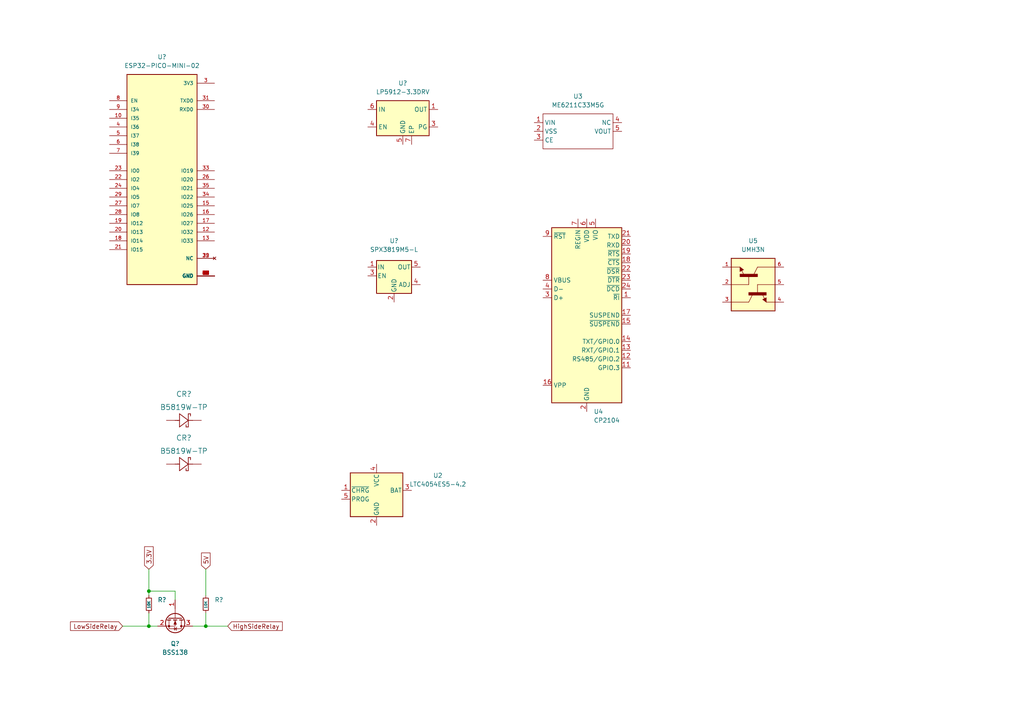
<source format=kicad_sch>
(kicad_sch (version 20211123) (generator eeschema)
  (paper "A4")
  (lib_symbols
    (symbol "Battery_Management:LTC4054ES5-4.2" (pin_names (offset 0.254))
      (property "Reference" "U" (at -5.842 6.604 0))
      (property "Value" "LTC4054ES5-4.2" (at 1.524 6.604 0))
      (symbol "LTC4054ES5-4.2_0_1"
        (rectangle (start -7.62 5.08) (end 7.62 -7.62) (stroke (width 0.254)) (fill (type background)))
      )
      (symbol "LTC4054ES5-4.2_1_1"
        (pin open_collector line (at -10.16 0 0) (length 2.54) (name "~{CHRG}") (number "1"))
        (pin power_in line (at 0 -10.16 90) (length 2.54) (name "GND") (number "2"))
        (pin power_out line (at 10.16 0 180) (length 2.54) (name "BAT") (number "3"))
        (pin power_in line (at 0 7.62 270) (length 2.54) (name "VCC") (number "4"))
        (pin bidirectional line (at -10.16 -2.54 0) (length 2.54) (name "PROG") (number "5"))
      )
    )
    (symbol "Custom:B5819W-TP" (pin_numbers hide) (pin_names hide)
      (property "Reference" "CR" (at 5.08 4.445 0))
      (property "Value" "B5819W-TP" (at 5.08 -7.62 0))
      (symbol "B5819W-TP_1_1"
        (polyline (pts (xy 2.54 0) (xy 3.4798 0)) (stroke (width 0.2032)))
        (polyline (pts (xy 3.175 0) (xy 3.81 0)) (stroke (width 0.2032)))
        (polyline (pts (xy 3.81 -1.905) (xy 6.35 0)) (stroke (width 0.2032)))
        (polyline (pts (xy 3.81 1.905) (xy 3.81 -1.905)) (stroke (width 0.2032)))
        (polyline (pts (xy 5.715 -1.905) (xy 5.715 -1.27)) (stroke (width 0.2032)))
        (polyline (pts (xy 6.35 -1.905) (xy 5.715 -1.905)) (stroke (width 0.2032)))
        (polyline (pts (xy 6.35 -1.905) (xy 6.35 1.905)) (stroke (width 0.2032)))
        (polyline (pts (xy 6.35 0) (xy 3.81 1.905)) (stroke (width 0.2032)))
        (polyline (pts (xy 6.35 0) (xy 7.62 0)) (stroke (width 0.2032)))
        (polyline (pts (xy 6.35 1.905) (xy 6.985 1.905)) (stroke (width 0.2032)))
        (polyline (pts (xy 6.985 1.905) (xy 6.985 1.27)) (stroke (width 0.2032)))
        (pin unspecified line (at 0 0 0) (length 2.54) (name "A") (number "A"))
        (pin unspecified line (at 10.16 0 180) (length 2.54) (name "C") (number "C"))
      )
    )
    (symbol "Custom:ESP32-PICO-MINI-02" (pin_names (offset 1.016))
      (property "Reference" "U" (at -10.16 33.02 0))
      (property "Value" "ESP32-PICO-MINI-02" (at -10.16 -33.02 0))
      (symbol "ESP32-PICO-MINI-02_0_0"
        (rectangle (start -10.16 -30.48) (end 10.16 30.48) (stroke (width 0.254)) (fill (type background)))
        (pin power_in line (at 15.24 -27.94 180) (length 5.08) (name "GND") (number "1"))
        (pin input line (at -15.24 17.78 0) (length 5.08) (name "I35") (number "10"))
        (pin power_in line (at 15.24 -27.94 180) (length 5.08) (name "GND") (number "11"))
        (pin bidirectional line (at 15.24 -15.24 180) (length 5.08) (name "IO32") (number "12"))
        (pin bidirectional line (at 15.24 -17.78 180) (length 5.08) (name "IO33") (number "13"))
        (pin power_in line (at 15.24 -27.94 180) (length 5.08) (name "GND") (number "14"))
        (pin bidirectional line (at 15.24 -7.62 180) (length 5.08) (name "IO25") (number "15"))
        (pin bidirectional line (at 15.24 -10.16 180) (length 5.08) (name "IO26") (number "16"))
        (pin bidirectional line (at 15.24 -12.7 180) (length 5.08) (name "IO27") (number "17"))
        (pin bidirectional line (at -15.24 -17.78 0) (length 5.08) (name "IO14") (number "18"))
        (pin bidirectional line (at -15.24 -12.7 0) (length 5.08) (name "IO12") (number "19"))
        (pin power_in line (at 15.24 -27.94 180) (length 5.08) (name "GND") (number "2"))
        (pin bidirectional line (at -15.24 -15.24 0) (length 5.08) (name "IO13") (number "20"))
        (pin bidirectional line (at -15.24 -20.32 0) (length 5.08) (name "IO15") (number "21"))
        (pin bidirectional line (at -15.24 0 0) (length 5.08) (name "IO2") (number "22"))
        (pin bidirectional line (at -15.24 2.54 0) (length 5.08) (name "IO0") (number "23"))
        (pin bidirectional line (at -15.24 -2.54 0) (length 5.08) (name "IO4") (number "24"))
        (pin no_connect line (at 15.24 -22.86 180) (length 5.08) (name "NC") (number "25"))
        (pin bidirectional line (at 15.24 0 180) (length 5.08) (name "IO20") (number "26"))
        (pin bidirectional line (at -15.24 -7.62 0) (length 5.08) (name "IO7") (number "27"))
        (pin bidirectional line (at -15.24 -10.16 0) (length 5.08) (name "IO8") (number "28"))
        (pin bidirectional line (at -15.24 -5.08 0) (length 5.08) (name "IO5") (number "29"))
        (pin power_in line (at 15.24 27.94 180) (length 5.08) (name "3V3") (number "3"))
        (pin bidirectional line (at 15.24 20.32 180) (length 5.08) (name "RXD0") (number "30"))
        (pin bidirectional line (at 15.24 22.86 180) (length 5.08) (name "TXD0") (number "31"))
        (pin no_connect line (at 15.24 -22.86 180) (length 5.08) (name "NC") (number "32"))
        (pin bidirectional line (at 15.24 2.54 180) (length 5.08) (name "IO19") (number "33"))
        (pin bidirectional line (at 15.24 -5.08 180) (length 5.08) (name "IO22") (number "34"))
        (pin bidirectional line (at 15.24 -2.54 180) (length 5.08) (name "IO21") (number "35"))
        (pin power_in line (at 15.24 -27.94 180) (length 5.08) (name "GND") (number "36"))
        (pin power_in line (at 15.24 -27.94 180) (length 5.08) (name "GND") (number "37"))
        (pin power_in line (at 15.24 -27.94 180) (length 5.08) (name "GND") (number "38"))
        (pin power_in line (at 15.24 -27.94 180) (length 5.08) (name "GND") (number "39"))
        (pin input line (at -15.24 15.24 0) (length 5.08) (name "I36") (number "4"))
        (pin power_in line (at 15.24 -27.94 180) (length 5.08) (name "GND") (number "40"))
        (pin power_in line (at 15.24 -27.94 180) (length 5.08) (name "GND") (number "41"))
        (pin power_in line (at 15.24 -27.94 180) (length 5.08) (name "GND") (number "42"))
        (pin power_in line (at 15.24 -27.94 180) (length 5.08) (name "GND") (number "43"))
        (pin power_in line (at 15.24 -27.94 180) (length 5.08) (name "GND") (number "44"))
        (pin power_in line (at 15.24 -27.94 180) (length 5.08) (name "GND") (number "45"))
        (pin power_in line (at 15.24 -27.94 180) (length 5.08) (name "GND") (number "46"))
        (pin power_in line (at 15.24 -27.94 180) (length 5.08) (name "GND") (number "47"))
        (pin power_in line (at 15.24 -27.94 180) (length 5.08) (name "GND") (number "48"))
        (pin power_in line (at 15.24 -27.94 180) (length 5.08) (name "GND") (number "49"))
        (pin input line (at -15.24 12.7 0) (length 5.08) (name "I37") (number "5"))
        (pin power_in line (at 15.24 -27.94 180) (length 5.08) (name "GND") (number "50"))
        (pin power_in line (at 15.24 -27.94 180) (length 5.08) (name "GND") (number "51"))
        (pin power_in line (at 15.24 -27.94 180) (length 5.08) (name "GND") (number "52"))
        (pin power_in line (at 15.24 -27.94 180) (length 5.08) (name "GND") (number "53"))
        (pin power_in line (at 15.24 -27.94 180) (length 5.08) (name "GND") (number "54"))
        (pin power_in line (at 15.24 -27.94 180) (length 5.08) (name "GND") (number "55"))
        (pin power_in line (at 15.24 -27.94 180) (length 5.08) (name "GND") (number "56"))
        (pin power_in line (at 15.24 -27.94 180) (length 5.08) (name "GND") (number "57"))
        (pin power_in line (at 15.24 -27.94 180) (length 5.08) (name "GND") (number "58"))
        (pin power_in line (at 15.24 -27.94 180) (length 5.08) (name "GND") (number "59"))
        (pin input line (at -15.24 10.16 0) (length 5.08) (name "I38") (number "6"))
        (pin power_in line (at 15.24 -27.94 180) (length 5.08) (name "GND") (number "60"))
        (pin power_in line (at 15.24 -27.94 180) (length 5.08) (name "GND") (number "61"))
        (pin input line (at -15.24 7.62 0) (length 5.08) (name "I39") (number "7"))
        (pin input line (at -15.24 22.86 0) (length 5.08) (name "EN") (number "8"))
        (pin input line (at -15.24 20.32 0) (length 5.08) (name "I34") (number "9"))
      )
    )
    (symbol "Custom:ME6211C33M5G"
      (property "Reference" "U" (at -0.1016 6.4262 0))
      (property "Value" "ME6211C33M5G" (at -0.4064 -7.6454 0))
      (symbol "ME6211C33M5G_0_1"
        (rectangle (start -10.16 5.08) (end 10.16 -5.08))
      )
      (symbol "ME6211C33M5G_1_1"
        (pin bidirectional line (at -12.7 2.54 0) (length 2.54) (name "VIN") (number "1"))
        (pin bidirectional line (at -12.7 0 0) (length 2.54) (name "VSS") (number "2"))
        (pin bidirectional line (at -12.7 -2.54 0) (length 2.54) (name "CE") (number "3"))
        (pin bidirectional line (at 12.7 2.54 180) (length 2.54) (name "NC") (number "4"))
        (pin bidirectional line (at 12.7 0 180) (length 2.54) (name "VOUT") (number "5"))
      )
    )
    (symbol "Custom:UMH3N" (pin_names (offset 1.016) hide)
      (property "Reference" "U" (at 2.54 0 0))
      (property "Value" "UMH3N" (at 2.54 -2.54 0))
      (symbol "UMH3N_0_0"
        (rectangle (start -12.7 -7.62) (end 2.54 5.08) (stroke (width 0.254)) (fill (type background)))
        (rectangle (start -2.794 -2.54) (end -2.032 2.54) (fill (type outline)))
        (polyline (pts (xy -10.16 -5.08) (xy -10.16 -7.62)) (stroke (width 0.1524)))
        (polyline (pts (xy -10.16 -5.08) (xy -8.89 -5.08)) (stroke (width 0.1524)))
        (polyline (pts (xy -10.16 0) (xy -10.16 5.08)) (stroke (width 0.1524)))
        (polyline (pts (xy -10.16 0) (xy -8.128 -1.016)) (stroke (width 0.1524)))
        (polyline (pts (xy -9.906 -4.953) (xy -9.398 -4.318)) (stroke (width 0.254)))
        (polyline (pts (xy -9.525 -4.826) (xy -9.398 -4.572)) (stroke (width 0.254)))
        (polyline (pts (xy -9.398 -4.318) (xy -9.144 -4.826)) (stroke (width 0.254)))
        (polyline (pts (xy -9.398 -4.064) (xy -10.16 -5.08)) (stroke (width 0.1524)))
        (polyline (pts (xy -9.1694 -4.572) (xy -7.9248 -3.9624)) (stroke (width 0.1524)))
        (polyline (pts (xy -9.144 -4.953) (xy -9.906 -4.953)) (stroke (width 0.254)))
        (polyline (pts (xy -9.144 -4.826) (xy -9.525 -4.826)) (stroke (width 0.254)))
        (polyline (pts (xy -8.89 -5.08) (xy -9.398 -4.064)) (stroke (width 0.1524)))
        (polyline (pts (xy -7.62 -2.54) (xy -5.08 -2.54)) (stroke (width 0.1524)))
        (polyline (pts (xy -5.08 -2.54) (xy -5.08 -7.62)) (stroke (width 0.1524)))
        (polyline (pts (xy -5.08 0) (xy -5.08 5.08)) (stroke (width 0.1524)))
        (polyline (pts (xy -2.54 0) (xy -5.08 0)) (stroke (width 0.1524)))
        (polyline (pts (xy -1.27 2.54) (xy -0.762 1.524)) (stroke (width 0.1524)))
        (polyline (pts (xy -1.016 2.286) (xy -0.635 2.286)) (stroke (width 0.254)))
        (polyline (pts (xy -1.016 2.413) (xy -0.254 2.413)) (stroke (width 0.254)))
        (polyline (pts (xy -0.9906 2.032) (xy -2.2352 1.4224)) (stroke (width 0.1524)))
        (polyline (pts (xy -0.762 1.524) (xy 0 2.54)) (stroke (width 0.1524)))
        (polyline (pts (xy -0.762 1.778) (xy -1.016 2.286)) (stroke (width 0.254)))
        (polyline (pts (xy -0.635 2.286) (xy -0.762 2.032)) (stroke (width 0.254)))
        (polyline (pts (xy -0.254 2.413) (xy -0.762 1.778)) (stroke (width 0.254)))
        (polyline (pts (xy 0 -2.54) (xy -2.032 -1.524)) (stroke (width 0.1524)))
        (polyline (pts (xy 0 -2.54) (xy 0 -7.62)) (stroke (width 0.1524)))
        (polyline (pts (xy 0 2.54) (xy -1.27 2.54)) (stroke (width 0.1524)))
        (polyline (pts (xy 0 5.08) (xy 0 2.54)) (stroke (width 0.1524)))
        (polyline (pts (xy -8.128 0) (xy -7.366 0) (xy -7.366 -5.08) (xy -8.128 -5.08) (xy -8.128 0)) (fill (type outline)))
        (pin output line (at -10.16 -10.16 90) (length 2.54) (name "~") (number "1"))
        (pin input line (at -5.08 -10.16 90) (length 2.54) (name "~") (number "2"))
        (pin input line (at 0 -10.16 90) (length 2.54) (name "~") (number "3"))
        (pin output line (at 0 7.62 270) (length 2.54) (name "~") (number "4"))
        (pin input line (at -5.08 7.62 270) (length 2.54) (name "~") (number "5"))
        (pin input line (at -10.16 7.62 270) (length 2.54) (name "~") (number "6"))
      )
    )
    (symbol "Device:R_Small" (pin_numbers hide) (pin_names (offset 0.254) hide)
      (property "Reference" "R" (at 0.762 0.508 0))
      (property "Value" "R_Small" (at 0.762 -1.016 0))
      (symbol "R_Small_0_1"
        (rectangle (start -0.762 1.778) (end 0.762 -1.778) (stroke (width 0.2032)))
      )
      (symbol "R_Small_1_1"
        (pin passive line (at 0 2.54 270) (length 0.762) (name "~") (number "1"))
        (pin passive line (at 0 -2.54 90) (length 0.762) (name "~") (number "2"))
      )
    )
    (symbol "Interface_USB:CP2104"
      (property "Reference" "U" (at -5.08 28.575 0))
      (property "Value" "CP2104" (at -5.08 26.67 0))
      (symbol "CP2104_1_1"
        (rectangle (start -10.16 25.4) (end 10.16 -25.4) (stroke (width 0.254)) (fill (type background)))
        (pin input line (at 12.7 5.08 180) (length 2.54) (name "~{RI}") (number "1"))
        (pin no_connect line (at 10.16 -20.32 180) (length 2.54) hide (name "NC") (number "10"))
        (pin bidirectional line (at 12.7 -15.24 180) (length 2.54) (name "GPIO.3") (number "11"))
        (pin bidirectional line (at 12.7 -12.7 180) (length 2.54) (name "RS485/GPIO.2") (number "12"))
        (pin bidirectional line (at 12.7 -10.16 180) (length 2.54) (name "RXT/GPIO.1") (number "13"))
        (pin bidirectional line (at 12.7 -7.62 180) (length 2.54) (name "TXT/GPIO.0") (number "14"))
        (pin output line (at 12.7 -2.54 180) (length 2.54) (name "~{SUSPEND}") (number "15"))
        (pin passive line (at -12.7 -20.32 0) (length 2.54) (name "VPP") (number "16"))
        (pin output line (at 12.7 0 180) (length 2.54) (name "SUSPEND") (number "17"))
        (pin input line (at 12.7 15.24 180) (length 2.54) (name "~{CTS}") (number "18"))
        (pin output line (at 12.7 17.78 180) (length 2.54) (name "~{RTS}") (number "19"))
        (pin power_in line (at 0 -27.94 90) (length 2.54) (name "GND") (number "2"))
        (pin input line (at 12.7 20.32 180) (length 2.54) (name "RXD") (number "20"))
        (pin output line (at 12.7 22.86 180) (length 2.54) (name "TXD") (number "21"))
        (pin input line (at 12.7 12.7 180) (length 2.54) (name "~{DSR}") (number "22"))
        (pin output line (at 12.7 10.16 180) (length 2.54) (name "~{DTR}") (number "23"))
        (pin input line (at 12.7 7.62 180) (length 2.54) (name "~{DCD}") (number "24"))
        (pin passive line (at 0 -27.94 90) (length 2.54) hide (name "GND") (number "25"))
        (pin bidirectional line (at -12.7 5.08 0) (length 2.54) (name "D+") (number "3"))
        (pin bidirectional line (at -12.7 7.62 0) (length 2.54) (name "D-") (number "4"))
        (pin power_in line (at 2.54 27.94 270) (length 2.54) (name "VIO") (number "5"))
        (pin power_in line (at 0 27.94 270) (length 2.54) (name "VDD") (number "6"))
        (pin power_in line (at -2.54 27.94 270) (length 2.54) (name "REGIN") (number "7"))
        (pin input line (at -12.7 10.16 0) (length 2.54) (name "VBUS") (number "8"))
        (pin bidirectional line (at -12.7 22.86 0) (length 2.54) (name "~{RST}") (number "9"))
      )
    )
    (symbol "Regulator_Linear:LP5912-3.3DRV"
      (property "Reference" "U" (at -3.81 6.35 0))
      (property "Value" "LP5912-3.3DRV" (at 6.35 6.35 0))
      (symbol "LP5912-3.3DRV_0_1"
        (rectangle (start -7.62 -5.08) (end 7.62 5.08) (stroke (width 0.254)) (fill (type background)))
        (pin power_out line (at 10.16 2.54 180) (length 2.54) (name "OUT") (number "1"))
        (pin no_connect line (at 7.62 0 180) (length 2.54) hide (name "NC") (number "2"))
        (pin input line (at -10.16 -2.54 0) (length 2.54) (name "EN") (number "4"))
        (pin power_in line (at 0 -7.62 90) (length 2.54) (name "GND") (number "5"))
        (pin power_in line (at -10.16 2.54 0) (length 2.54) (name "IN") (number "6"))
      )
      (symbol "LP5912-3.3DRV_1_1"
        (pin open_collector line (at 10.16 -2.54 180) (length 2.54) (name "PG") (number "3"))
        (pin passive line (at 2.54 -7.62 90) (length 2.54) (name "EP") (number "7"))
      )
    )
    (symbol "Regulator_Linear:SPX3819M5-L" (pin_names (offset 0.254))
      (property "Reference" "U" (at -3.81 5.715 0))
      (property "Value" "SPX3819M5-L" (at 0 5.715 0))
      (symbol "SPX3819M5-L_0_1"
        (rectangle (start -5.08 4.445) (end 5.08 -5.08) (stroke (width 0.254)) (fill (type background)))
      )
      (symbol "SPX3819M5-L_1_1"
        (pin power_in line (at -7.62 2.54 0) (length 2.54) (name "IN") (number "1"))
        (pin power_in line (at 0 -7.62 90) (length 2.54) (name "GND") (number "2"))
        (pin input line (at -7.62 0 0) (length 2.54) (name "EN") (number "3"))
        (pin input line (at 7.62 -2.54 180) (length 2.54) (name "ADJ") (number "4"))
        (pin power_out line (at 7.62 2.54 180) (length 2.54) (name "OUT") (number "5"))
      )
    )
    (symbol "Transistor_FET:BSS138" (pin_names hide)
      (property "Reference" "Q" (at 5.08 1.905 0))
      (property "Value" "BSS138" (at 5.08 0 0))
      (symbol "BSS138_0_1"
        (polyline (pts (xy 0.254 0) (xy -2.54 0)))
        (polyline (pts (xy 0.254 1.905) (xy 0.254 -1.905)) (stroke (width 0.254)))
        (polyline (pts (xy 0.762 -1.27) (xy 0.762 -2.286)) (stroke (width 0.254)))
        (polyline (pts (xy 0.762 0.508) (xy 0.762 -0.508)) (stroke (width 0.254)))
        (polyline (pts (xy 0.762 2.286) (xy 0.762 1.27)) (stroke (width 0.254)))
        (polyline (pts (xy 2.54 2.54) (xy 2.54 1.778)))
        (polyline (pts (xy 2.54 -2.54) (xy 2.54 0) (xy 0.762 0)))
        (polyline (pts (xy 0.762 -1.778) (xy 3.302 -1.778) (xy 3.302 1.778) (xy 0.762 1.778)))
        (polyline (pts (xy 1.016 0) (xy 2.032 0.381) (xy 2.032 -0.381) (xy 1.016 0)) (fill (type outline)))
        (polyline (pts (xy 2.794 0.508) (xy 2.921 0.381) (xy 3.683 0.381) (xy 3.81 0.254)))
        (polyline (pts (xy 3.302 0.381) (xy 2.921 -0.254) (xy 3.683 -0.254) (xy 3.302 0.381)))
        (circle (center 1.651 0) (radius 2.794) (stroke (width 0.254)))
        (circle (center 2.54 -1.778) (radius 0.254) (fill (type outline)))
        (circle (center 2.54 1.778) (radius 0.254) (fill (type outline)))
      )
      (symbol "BSS138_1_1"
        (pin input line (at -5.08 0 0) (length 2.54) (name "G") (number "1"))
        (pin passive line (at 2.54 -5.08 90) (length 2.54) (name "S") (number "2"))
        (pin passive line (at 2.54 5.08 270) (length 2.54) (name "D") (number "3"))
      )
    )
  )
  (junction (at 43.18 181.61))
  (junction (at 59.69 181.61))
  (junction (at 43.18 171.45))
  (wire (pts (xy 43.18 171.45) (xy 50.8 171.45)))
  (wire (pts (xy 59.69 177.8) (xy 59.69 181.61)))
  (wire (pts (xy 59.69 165.1) (xy 59.69 172.72)))
  (wire (pts (xy 43.18 181.61) (xy 45.72 181.61)))
  (wire (pts (xy 50.8 173.99) (xy 50.8 171.45)))
  (wire (pts (xy 35.56 181.61) (xy 43.18 181.61)))
  (wire (pts (xy 43.18 165.1) (xy 43.18 171.45)))
  (wire (pts (xy 59.69 181.61) (xy 66.04 181.61)))
  (wire (pts (xy 43.18 177.8) (xy 43.18 181.61)))
  (wire (pts (xy 43.18 171.45) (xy 43.18 172.72)))
  (wire (pts (xy 55.88 181.61) (xy 59.69 181.61)))
  (global_label "LowSideRelay" (shape input) (at 35.56 181.61 180) (property "Intersheet References" "${INTERSHEET_REFS}" (effects hide)))
  (global_label "HighSideRelay" (shape input) (at 66.04 181.61 0) (property "Intersheet References" "${INTERSHEET_REFS}" (effects hide)))
  (global_label "5V" (shape input) (at 59.69 165.1 90) (property "Intersheet References" "${INTERSHEET_REFS}" (effects hide)))
  (global_label "3.3V" (shape input) (at 43.18 165.1 90) (property "Intersheet References" "${INTERSHEET_REFS}" (effects hide)))
  (symbol (lib_id "Battery_Management:LTC4054ES5-4.2") (at 109.22 142.24 0) (unit 1)
    (property "Reference" "U2" (at 127 137.9093 0))
    (property "Value" "LTC4054ES5-4.2" (at 127 140.4493 0))
    (property "Footprint" "Package_TO_SOT_SMD:TSOT-23-5" (effects hide))
    (property "Datasheet" "https://www.analog.com/media/en/technical-documentation/data-sheets/405442xf.pdf" (effects hide))
  )
  (symbol (lib_id "Custom:UMH3N") (at 219.71 87.63 270) (unit 1)
    (property "Reference" "U5" (at 218.44 69.85 90))
    (property "Value" "UMH3N" (at 218.44 72.39 90))
    (property "Footprint" "Custom:SOT65P230X110-6N" (effects hide))
    (property "Datasheet" "https://www.mouser.com/datasheet/2/348/umh3ntn-e-1872947.pdf" (effects hide))
    (property "Manufacturers Name" "ROHM Semiconductor" (effects hide))
    (property "Manufacturers Part Number" "UMH3NTN " (effects hide))
    (property "Mouser Part Number" "755-UMH3NTN " (effects hide))
  )
  (symbol (lib_id "Transistor_FET:BSS138") (at 50.8 179.07 270) (unit 1)
    (property "Reference" "Q?" (at 50.8 186.69 90))
    (property "Value" "BSS138" (at 50.8 189.23 90))
    (property "Footprint" "Package_TO_SOT_SMD:SOT-23" (effects hide))
    (property "Datasheet" "https://media.digikey.com/pdf/Data%20Sheets/Anbon%20Semi%20PDFs/BSS138.pdf" (effects hide))
    (property "Manufacturers Name" "ANBON SEMICONDUCTOR" (effects hide))
    (property "Manufacturers Part Number" "BSS138" (effects hide))
    (property "Digikey Part Number" "4530-BSS138" (effects hide))
  )
  (symbol (lib_id "Custom:ESP32-PICO-MINI-02") (at 46.99 52.07 0) (unit 1)
    (property "Reference" "U?" (at 46.99 16.51 0))
    (property "Value" "ESP32-PICO-MINI-02" (at 46.99 19.05 0))
    (property "Footprint" "Custom:MODULE_ESP32-PICO-MINI-02" (effects hide))
    (property "Datasheet" "https://www.espressif.com/sites/default/files/documentation/esp32-pico-mini-02_datasheet_en.pdf" (effects hide))
    (property "STANDARD" "Manufacturer Recommendations" (effects hide))
    (property "MAXIMUM_PACKAGE_HEIGHT" "2.55mm" (effects hide))
    (property "MANUFACTURER" "Espressif" (effects hide))
    (property "PARTREV" "v1.0" (effects hide))
    (property "Manufacturers Name" "Espressif Systems" (effects hide))
    (property "Manufacturers Part Number" "ESP32-PICO-MINI-02-N8R2" (effects hide))
    (property "Digikey Part Number" "1965-ESP32-PICO-MINI-02-N8R2CT-ND" (effects hide))
  )
  (symbol (lib_id "Custom:B5819W-TP") (at 48.26 134.62 0) (unit 1)
    (property "Reference" "CR?" (at 53.34 127 0) (effects (font (size 1.524 1.524))))
    (property "Value" "B5819W-TP" (at 53.34 130.81 0) (effects (font (size 1.524 1.524))))
    (property "Footprint" "SDO_SOD-123_MCC" (effects hide))
    (property "Datasheet" "https://www.mccsemi.com/pdf/Products/B5817W-B5819W(SOD-123).pdf" (effects hide))
    (property "Manufacturers Name" "Micro Commercial Co" (effects hide))
    (property "Manufacturers Part Number" "B5819W-TP" (effects hide))
    (property "Digikey Part Number" "B5819W-TPMSCT-ND" (effects hide))
  )
  (symbol (lib_id "Custom:B5819W-TP") (at 48.26 121.92 0) (unit 1)
    (property "Reference" "CR?" (at 53.34 114.3 0) (effects (font (size 1.524 1.524))))
    (property "Value" "B5819W-TP" (at 53.34 118.11 0) (effects (font (size 1.524 1.524))))
    (property "Footprint" "SDO_SOD-123_MCC" (effects hide))
    (property "Datasheet" "https://www.mccsemi.com/pdf/Products/B5817W-B5819W(SOD-123).pdf" (effects hide))
    (property "Manufacturers Name" "Micro Commercial Co" (effects hide))
    (property "Manufacturers Part Number" "B5819W-TP" (effects hide))
    (property "Digikey Part Number" "B5819W-TPMSCT-ND" (effects hide))
  )
  (symbol (lib_id "Interface_USB:CP2104") (at 170.18 91.44 0) (unit 1)
    (property "Reference" "U4" (at 172.1994 119.38 0) (effects (justify left)))
    (property "Value" "CP2104" (at 172.1994 121.92 0) (effects (justify left)))
    (property "Footprint" "Package_DFN_QFN:QFN-24-1EP_4x4mm_P0.5mm_EP2.6x2.6mm" (effects hide))
    (property "Datasheet" "https://www.silabs.com/documents/public/data-sheets/cp2104.pdf" (effects hide))
    (property "Manufacturers Name" "Silicon Labs" (effects hide))
    (property "Manufacturers Part Number" "CP2104-F03-GMR" (effects hide))
    (property "Digikey Part Number" "336-4146-1-ND" (effects hide))
  )
  (symbol (lib_id "Device:R_Small") (at 59.69 175.26 0) (unit 1)
    (property "Reference" "R?" (at 62.23 173.9899 0) (effects (justify left)))
    (property "Value" "10K" (at 59.69 176.5299 90) (effects (font (size 0.75 0.75)) (justify left)))
  )
  (symbol (lib_id "Custom:ME6211C33M5G") (at 167.64 38.1 0) (unit 1)
    (property "Reference" "U3" (at 167.64 27.94 0))
    (property "Value" "ME6211C33M5G" (at 167.64 30.48 0))
  )
  (symbol (lib_id "Regulator_Linear:SPX3819M5-L") (at 114.3 80.01 0) (unit 1)
    (property "Reference" "U?" (at 114.3 69.85 0))
    (property "Value" "SPX3819M5-L" (at 114.3 72.39 0))
    (property "Footprint" "Package_TO_SOT_SMD:SOT-23-5" (effects hide))
    (property "Datasheet" "https://assets.maxlinear.com/web/documents/spx3819.pdf" (effects hide))
    (property "Manufacturers Name" "MaxLinear, Inc." (effects hide))
    (property "Manufacturers Part Number" "SPX3819M5-L-3-3/TR" (effects hide))
    (property "Digikey Part Number" "1016-1873-1-ND" (effects hide))
  )
  (symbol (lib_id "Device:R_Small") (at 43.18 175.26 0) (unit 1)
    (property "Reference" "R?" (at 45.72 173.9899 0) (effects (justify left)))
    (property "Value" "10K" (at 43.18 176.5299 90) (effects (font (size 0.75 0.75)) (justify left)))
  )
  (symbol (lib_id "Regulator_Linear:LP5912-3.3DRV") (at 116.84 34.29 0) (unit 1)
    (property "Reference" "U?" (at 116.84 24.13 0))
    (property "Value" "LP5912-3.3DRV" (at 116.84 26.67 0))
    (property "Footprint" "Package_SON:WSON-6-1EP_2x2mm_P0.65mm_EP1x1.6mm_ThermalVias" (effects hide))
    (property "Datasheet" "http://www.ti.com/lit/ds/symlink/lp5912.pdf" (effects hide))
  )
)
</source>
